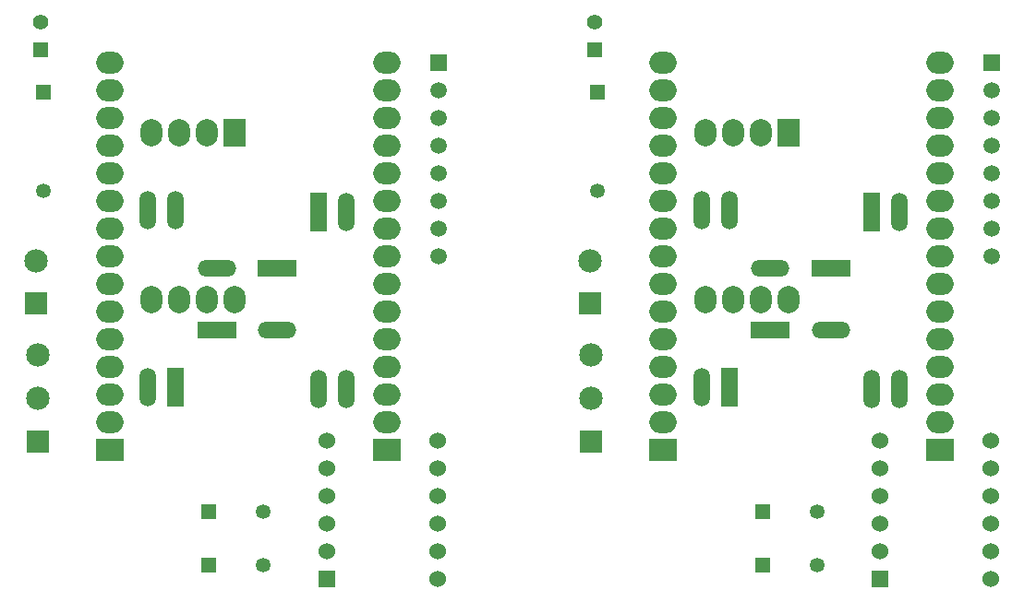
<source format=gbr>
G04*
G04 #@! TF.GenerationSoftware,Altium Limited,Altium Designer,25.0.2 (28)*
G04*
G04 Layer_Color=255*
%FSLAX44Y44*%
%MOMM*%
G71*
G04*
G04 #@! TF.SameCoordinates,8B6BD92A-2743-4FC7-A306-186CE1EE4446*
G04*
G04*
G04 #@! TF.FilePolarity,Positive*
G04*
G01*
G75*
%ADD15O,2.5000X2.0000*%
%ADD16R,2.5000X2.0000*%
%ADD17C,2.1500*%
%ADD18R,2.1500X2.1500*%
%ADD19C,1.5240*%
%ADD20R,1.5240X1.5240*%
%ADD21O,2.0000X2.5000*%
%ADD22R,2.0000X2.5000*%
%ADD23R,1.3500X1.3500*%
%ADD24C,1.3500*%
%ADD25C,1.5000*%
%ADD26R,1.5000X1.5000*%
%ADD27C,1.4000*%
%ADD28R,1.4000X1.4000*%
%ADD29R,1.3500X1.3500*%
%ADD31O,1.5240X3.5400*%
%ADD32R,1.5240X3.5400*%
%ADD33R,3.5400X1.5240*%
%ADD34O,3.5400X1.5240*%
D15*
X375740Y506270D02*
D03*
Y480870D02*
D03*
Y455470D02*
D03*
Y430070D02*
D03*
Y404670D02*
D03*
Y379270D02*
D03*
Y353870D02*
D03*
Y328470D02*
D03*
Y303070D02*
D03*
Y277670D02*
D03*
Y252270D02*
D03*
Y226870D02*
D03*
Y201470D02*
D03*
Y176070D02*
D03*
X121740Y226870D02*
D03*
Y506270D02*
D03*
Y480870D02*
D03*
Y455470D02*
D03*
Y430070D02*
D03*
Y404670D02*
D03*
Y379270D02*
D03*
Y353870D02*
D03*
Y328470D02*
D03*
Y303070D02*
D03*
Y277670D02*
D03*
Y252270D02*
D03*
Y201470D02*
D03*
Y176070D02*
D03*
X883260Y506270D02*
D03*
Y480870D02*
D03*
Y455470D02*
D03*
Y430070D02*
D03*
Y404670D02*
D03*
Y379270D02*
D03*
Y353870D02*
D03*
Y328470D02*
D03*
Y303070D02*
D03*
Y277670D02*
D03*
Y252270D02*
D03*
Y226870D02*
D03*
Y201470D02*
D03*
Y176070D02*
D03*
X629260Y226870D02*
D03*
Y506270D02*
D03*
Y480870D02*
D03*
Y455470D02*
D03*
Y430070D02*
D03*
Y404670D02*
D03*
Y379270D02*
D03*
Y353870D02*
D03*
Y328470D02*
D03*
Y303070D02*
D03*
Y277670D02*
D03*
Y252270D02*
D03*
Y201470D02*
D03*
Y176070D02*
D03*
D16*
X375740Y150670D02*
D03*
X121740D02*
D03*
X883260D02*
D03*
X629260D02*
D03*
D17*
X55990Y237820D02*
D03*
Y198220D02*
D03*
X54490Y324470D02*
D03*
X563510Y237820D02*
D03*
Y198220D02*
D03*
X562010Y324470D02*
D03*
D18*
X55990Y158620D02*
D03*
X54490Y284870D02*
D03*
X563510Y158620D02*
D03*
X562010Y284870D02*
D03*
D19*
X422590Y158720D02*
D03*
Y133320D02*
D03*
Y107920D02*
D03*
Y82520D02*
D03*
Y57120D02*
D03*
Y31720D02*
D03*
X320990Y133320D02*
D03*
Y57120D02*
D03*
Y158720D02*
D03*
Y107920D02*
D03*
Y82520D02*
D03*
X930110Y158720D02*
D03*
Y133320D02*
D03*
Y107920D02*
D03*
Y82520D02*
D03*
Y57120D02*
D03*
Y31720D02*
D03*
X828510Y133320D02*
D03*
Y57120D02*
D03*
Y158720D02*
D03*
Y107920D02*
D03*
Y82520D02*
D03*
D20*
X320990Y31720D02*
D03*
X828510D02*
D03*
D21*
X160290Y288570D02*
D03*
X185690D02*
D03*
X211090D02*
D03*
X236490D02*
D03*
X160290Y441970D02*
D03*
X185690D02*
D03*
X211090D02*
D03*
X667810Y288570D02*
D03*
X693210D02*
D03*
X718610D02*
D03*
X744010D02*
D03*
X667810Y441970D02*
D03*
X693210D02*
D03*
X718610D02*
D03*
D22*
X236490D02*
D03*
X744010D02*
D03*
D23*
X212990Y93720D02*
D03*
Y44470D02*
D03*
X720510Y93720D02*
D03*
Y44470D02*
D03*
D24*
X262990Y93720D02*
D03*
Y44470D02*
D03*
X61490Y388720D02*
D03*
X770510Y93720D02*
D03*
Y44470D02*
D03*
X569010Y388720D02*
D03*
D25*
X423240Y328520D02*
D03*
Y353920D02*
D03*
Y379320D02*
D03*
Y404720D02*
D03*
Y430120D02*
D03*
Y455520D02*
D03*
Y480920D02*
D03*
X930760Y328520D02*
D03*
Y353920D02*
D03*
Y379320D02*
D03*
Y404720D02*
D03*
Y430120D02*
D03*
Y455520D02*
D03*
Y480920D02*
D03*
D26*
X423240Y506320D02*
D03*
X930760D02*
D03*
D27*
X58990Y543671D02*
D03*
X566510D02*
D03*
D28*
X58990Y518270D02*
D03*
X566510D02*
D03*
D29*
X61490Y478720D02*
D03*
X569010D02*
D03*
D31*
X338740Y206910D02*
D03*
X313340D02*
D03*
X338740Y369470D02*
D03*
X156990Y208470D02*
D03*
X182390Y371030D02*
D03*
X156990D02*
D03*
X846260Y206910D02*
D03*
X820860D02*
D03*
X846260Y369470D02*
D03*
X664510Y208470D02*
D03*
X689910Y371030D02*
D03*
X664510D02*
D03*
D32*
X313340Y369470D02*
D03*
X182390Y208470D02*
D03*
X820860Y369470D02*
D03*
X689910Y208470D02*
D03*
D33*
X220240Y260470D02*
D03*
X275490Y317470D02*
D03*
X727760Y260470D02*
D03*
X783010Y317470D02*
D03*
D34*
X220240D02*
D03*
X275490Y260470D02*
D03*
X727760Y317470D02*
D03*
X783010Y260470D02*
D03*
M02*

</source>
